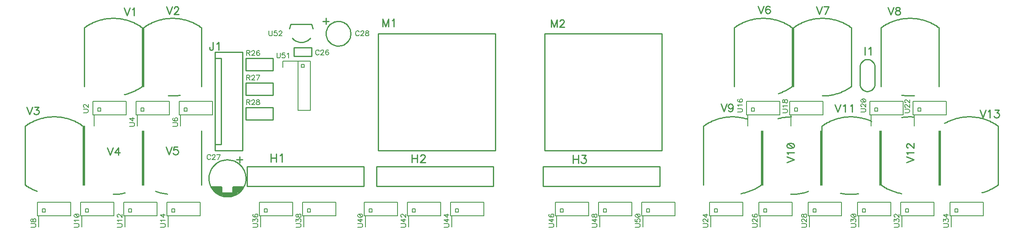
<source format=gto>
G04*
G04  File:            NCORDA11.GTO, Tue Mar 30 20:23:34 2021*
G04  Source:          P-CAD 2002 PCB, Version 17.01.22, (C:\Users\David Forbes\Documents\Designs\Nixie\CorvairDash\NCORDA11.PCB)*
G04  Format:          Gerber Format (RS-274-D), ASCII*
G04*
G04  Format Options:  Absolute Positioning*
G04                   Leading-Zero Suppression*
G04                   Scale Factor 1:1*
G04                   NO Circular Interpolation*
G04                   Inch Units*
G04                   Numeric Format: 4.4 (XXXX.XXXX)*
G04                   G54 Used for Aperture Change*
G04                   Apertures Embedded*
G04*
G04  File Options:    Offset = (0.0mil,0.0mil)*
G04                   Drill Symbol Size = 80.0mil*
G04                   No Pad/Via Holes*
G04*
G04  File Contents:   No Pads*
G04                   No Vias*
G04                   Designators*
G04                   No Types*
G04                   Values*
G04                   No Drill Symbols*
G04                   Top Silk*
G04*
%INNCORDA11.GTO*%
%ICAS*%
%MOIN*%
G04*
G04  Aperture MACROs for general use --- invoked via D-code assignment *
G04*
G04  General MACRO for flashed round with rotation and/or offset hole *
%AMROTOFFROUND*
1,1,$1,0.0000,0.0000*
1,0,$2,$3,$4*%
G04*
G04  General MACRO for flashed oval (obround) with rotation and/or offset hole *
%AMROTOFFOVAL*
21,1,$1,$2,0.0000,0.0000,$3*
1,1,$4,$5,$6*
1,1,$4,0-$5,0-$6*
1,0,$7,$8,$9*%
G04*
G04  General MACRO for flashed oval (obround) with rotation and no hole *
%AMROTOVALNOHOLE*
21,1,$1,$2,0.0000,0.0000,$3*
1,1,$4,$5,$6*
1,1,$4,0-$5,0-$6*%
G04*
G04  General MACRO for flashed rectangle with rotation and/or offset hole *
%AMROTOFFRECT*
21,1,$1,$2,0.0000,0.0000,$3*
1,0,$4,$5,$6*%
G04*
G04  General MACRO for flashed rectangle with rotation and no hole *
%AMROTRECTNOHOLE*
21,1,$1,$2,0.0000,0.0000,$3*%
G04*
G04  General MACRO for flashed rounded-rectangle *
%AMROUNDRECT*
21,1,$1,$2-$4,0.0000,0.0000,$3*
21,1,$1-$4,$2,0.0000,0.0000,$3*
1,1,$4,$5,$6*
1,1,$4,$7,$8*
1,1,$4,0-$5,0-$6*
1,1,$4,0-$7,0-$8*
1,0,$9,$10,$11*%
G04*
G04  General MACRO for flashed rounded-rectangle with rotation and no hole *
%AMROUNDRECTNOHOLE*
21,1,$1,$2-$4,0.0000,0.0000,$3*
21,1,$1-$4,$2,0.0000,0.0000,$3*
1,1,$4,$5,$6*
1,1,$4,$7,$8*
1,1,$4,0-$5,0-$6*
1,1,$4,0-$7,0-$8*%
G04*
G04  General MACRO for flashed regular polygon *
%AMREGPOLY*
5,1,$1,0.0000,0.0000,$2,$3+$4*
1,0,$5,$6,$7*%
G04*
G04  General MACRO for flashed regular polygon with no hole *
%AMREGPOLYNOHOLE*
5,1,$1,0.0000,0.0000,$2,$3+$4*%
G04*
G04  General MACRO for target *
%AMTARGET*
6,0,0,$1,$2,$3,4,$4,$5,$6*%
G04*
G04  General MACRO for mounting hole *
%AMMTHOLE*
1,1,$1,0,0*
1,0,$2,0,0*
$1=$1-$2*
$1=$1/2*
21,1,$2+$1,$3,0,0,$4*
21,1,$3,$2+$1,0,0,$4*%
G04*
G04*
G04  D10 : "Ellipse X10.0mil Y10.0mil H0.0mil 0.0deg (0.0mil,0.0mil) Draw"*
G04  Disc: OuterDia=0.0100*
%ADD10C, 0.0100*%
G04  D11 : "Ellipse X15.0mil Y15.0mil H0.0mil 0.0deg (0.0mil,0.0mil) Draw"*
G04  Disc: OuterDia=0.0150*
%ADD11C, 0.0150*%
G04  D12 : "Ellipse X20.0mil Y20.0mil H0.0mil 0.0deg (0.0mil,0.0mil) Draw"*
G04  Disc: OuterDia=0.0200*
%ADD12C, 0.0200*%
G04  D13 : "Ellipse X50.0mil Y50.0mil H0.0mil 0.0deg (0.0mil,0.0mil) Draw"*
G04  Disc: OuterDia=0.0500*
%ADD13C, 0.0500*%
G04  D14 : "Ellipse X6.0mil Y6.0mil H0.0mil 0.0deg (0.0mil,0.0mil) Draw"*
G04  Disc: OuterDia=0.0060*
%ADD14C, 0.0060*%
G04  D15 : "Ellipse X8.0mil Y8.0mil H0.0mil 0.0deg (0.0mil,0.0mil) Draw"*
G04  Disc: OuterDia=0.0080*
%ADD15C, 0.0080*%
G04  D16 : "Ellipse X250.0mil Y250.0mil H0.0mil 0.0deg (0.0mil,0.0mil) Flash"*
G04  Disc: OuterDia=0.2500*
%ADD16C, 0.2500*%
G04  D17 : "Ellipse X255.0mil Y255.0mil H0.0mil 0.0deg (0.0mil,0.0mil) Flash"*
G04  Disc: OuterDia=0.2550*
%ADD17C, 0.2550*%
G04  D18 : "Ellipse X50.0mil Y50.0mil H0.0mil 0.0deg (0.0mil,0.0mil) Flash"*
G04  Disc: OuterDia=0.0500*
%ADD18C, 0.0500*%
G04  D19 : "Ellipse X55.0mil Y55.0mil H0.0mil 0.0deg (0.0mil,0.0mil) Flash"*
G04  Disc: OuterDia=0.0550*
%ADD19C, 0.0550*%
G04  D20 : "Ellipse X60.0mil Y60.0mil H0.0mil 0.0deg (0.0mil,0.0mil) Flash"*
G04  Disc: OuterDia=0.0600*
%ADD20C, 0.0600*%
G04  D21 : "Ellipse X65.0mil Y65.0mil H0.0mil 0.0deg (0.0mil,0.0mil) Flash"*
G04  Disc: OuterDia=0.0650*
%ADD21C, 0.0650*%
G04  D22 : "Ellipse X70.0mil Y70.0mil H0.0mil 0.0deg (0.0mil,0.0mil) Flash"*
G04  Disc: OuterDia=0.0700*
%ADD22C, 0.0700*%
G04  D23 : "Ellipse X75.0mil Y75.0mil H0.0mil 0.0deg (0.0mil,0.0mil) Flash"*
G04  Disc: OuterDia=0.0750*
%ADD23C, 0.0750*%
G04  D24 : "Rectangle X0.1mil Y0.1mil H0.0mil 0.0deg (0.0mil,0.0mil) Flash"*
G04  Square: Side=0.0001, Rotation=0.0, OffsetX=0.0000, OffsetY=0.0000, HoleDia=0.0000*
%ADD24R, 0.0001 X0.0001*%
G04  D25 : "Rectangle X40.0mil Y40.0mil H0.0mil 0.0deg (0.0mil,0.0mil) Flash"*
G04  Square: Side=0.0400, Rotation=0.0, OffsetX=0.0000, OffsetY=0.0000, HoleDia=0.0000*
%ADD25R, 0.0400 X0.0400*%
G04  D26 : "Rectangle X45.0mil Y45.0mil H0.0mil 0.0deg (0.0mil,0.0mil) Flash"*
G04  Square: Side=0.0450, Rotation=0.0, OffsetX=0.0000, OffsetY=0.0000, HoleDia=0.0000*
%ADD26R, 0.0450 X0.0450*%
G04  D27 : "Rectangle X5.1mil Y5.1mil H0.0mil 0.0deg (0.0mil,0.0mil) Flash"*
G04  Square: Side=0.0051, Rotation=0.0, OffsetX=0.0000, OffsetY=0.0000, HoleDia=0.0000*
%ADD27R, 0.0051 X0.0051*%
G04  D28 : "Rectangle X50.0mil Y50.0mil H0.0mil 0.0deg (0.0mil,0.0mil) Flash"*
G04  Square: Side=0.0500, Rotation=0.0, OffsetX=0.0000, OffsetY=0.0000, HoleDia=0.0000*
%ADD28R, 0.0500 X0.0500*%
G04  D29 : "Rectangle X55.0mil Y55.0mil H0.0mil 0.0deg (0.0mil,0.0mil) Flash"*
G04  Square: Side=0.0550, Rotation=0.0, OffsetX=0.0000, OffsetY=0.0000, HoleDia=0.0000*
%ADD29R, 0.0550 X0.0550*%
G04  D30 : "Rectangle X60.0mil Y60.0mil H0.0mil 0.0deg (0.0mil,0.0mil) Flash"*
G04  Square: Side=0.0600, Rotation=0.0, OffsetX=0.0000, OffsetY=0.0000, HoleDia=0.0000*
%ADD30R, 0.0600 X0.0600*%
G04  D31 : "Rectangle X64.0mil Y64.0mil H0.0mil 0.0deg (0.0mil,0.0mil) Flash"*
G04  Square: Side=0.0640, Rotation=0.0, OffsetX=0.0000, OffsetY=0.0000, HoleDia=0.0000*
%ADD31R, 0.0640 X0.0640*%
G04  D32 : "Rectangle X65.0mil Y65.0mil H0.0mil 0.0deg (0.0mil,0.0mil) Flash"*
G04  Square: Side=0.0650, Rotation=0.0, OffsetX=0.0000, OffsetY=0.0000, HoleDia=0.0000*
%ADD32R, 0.0650 X0.0650*%
G04  D33 : "Rectangle X14.0mil Y66.0mil H0.0mil 0.0deg (0.0mil,0.0mil) Flash"*
G04  Rectangular: DimX=0.0140, DimY=0.0660, Rotation=0.0, OffsetX=0.0000, OffsetY=0.0000, HoleDia=0.0000 *
%ADD33R, 0.0140 X0.0660*%
G04  D34 : "Rectangle X69.0mil Y69.0mil H0.0mil 0.0deg (0.0mil,0.0mil) Flash"*
G04  Square: Side=0.0690, Rotation=0.0, OffsetX=0.0000, OffsetY=0.0000, HoleDia=0.0000*
%ADD34R, 0.0690 X0.0690*%
G04  D35 : "Rectangle X19.0mil Y71.0mil H0.0mil 0.0deg (0.0mil,0.0mil) Flash"*
G04  Rectangular: DimX=0.0190, DimY=0.0710, Rotation=0.0, OffsetX=0.0000, OffsetY=0.0000, HoleDia=0.0000 *
%ADD35R, 0.0190 X0.0710*%
G04  D36 : "Rectangle X80.0mil Y26.0mil H0.0mil 0.0deg (0.0mil,0.0mil) Flash"*
G04  Rectangular: DimX=0.0800, DimY=0.0260, Rotation=0.0, OffsetX=0.0000, OffsetY=0.0000, HoleDia=0.0000 *
%ADD36R, 0.0800 X0.0260*%
G04  D37 : "Rectangle X85.0mil Y31.0mil H0.0mil 0.0deg (0.0mil,0.0mil) Flash"*
G04  Rectangular: DimX=0.0850, DimY=0.0310, Rotation=0.0, OffsetX=0.0000, OffsetY=0.0000, HoleDia=0.0000 *
%ADD37R, 0.0850 X0.0310*%
G04  D38 : "Ellipse X30.0mil Y30.0mil H0.0mil 0.0deg (0.0mil,0.0mil) Flash"*
G04  Disc: OuterDia=0.0300*
%ADD38C, 0.0300*%
G04  D39 : "Ellipse X35.0mil Y35.0mil H0.0mil 0.0deg (0.0mil,0.0mil) Flash"*
G04  Disc: OuterDia=0.0350*
%ADD39C, 0.0350*%
G04*
%FSLAX44Y44*%
%SFA1B1*%
%OFA0.0000B0.0000*%
G04*
G70*
G90*
G01*
D2*
%LNTop Silk*%
G54D10*
X81800Y55300*
Y53900D1*
X83000Y55300D2*
Y53900D1*
X82991Y53801*
X82967Y53705*
X82927Y53614*
X82873Y53531*
X82806Y53458*
X82728Y53397*
X82641Y53350*
X82547Y53318*
X82449Y53302*
X82350*
X82252Y53318*
X82158Y53350*
X82071Y53397*
X81993Y53458*
X81926Y53531*
X81872Y53614*
X81832Y53705*
X81808Y53801*
X81800Y53900*
Y55300D2*
X81808Y55398D1*
X81832Y55494*
X81872Y55585*
X81926Y55668*
X81993Y55741*
X82071Y55802*
X82158Y55849*
X82252Y55881*
X82350Y55897*
X82449*
X82547Y55881*
X82641Y55849*
X82728Y55802*
X82806Y55741*
X82873Y55668*
X82927Y55585*
X82967Y55494*
X82991Y55398*
X83000Y55300*
X82217Y56897D2*
Y56277D1*
X82512Y56779D2*
X82571Y56808D1*
X82660Y56897*
Y56277*
X32000Y55000D2*
X34200D1*
Y56000D2*
X32000D1*
Y55000*
X34200D2*
Y56000D1*
D2*
G54D14*
X32077Y56429*
X32251D1*
X32310Y56449*
X32329Y56468*
X32348Y56507*
Y56546*
X32329Y56584*
X32310Y56604*
X32251Y56623*
X32077*
Y56216*
X32213Y56429D2*
X32348Y56216D1*
X32484Y56526D2*
Y56546D1*
X32503Y56584*
X32523Y56604*
X32562Y56623*
X32639*
X32678Y56604*
X32697Y56584*
X32717Y56546*
Y56507*
X32697Y56468*
X32658Y56410*
X32465Y56216*
X32736*
X33104Y56565D2*
X33085Y56604D1*
X33027Y56623*
X32988*
X32930Y56604*
X32891Y56546*
X32872Y56449*
Y56352*
X32891Y56274*
X32930Y56235*
X32988Y56216*
X33007*
X33065Y56235*
X33104Y56274*
X33124Y56332*
Y56352*
X33104Y56410*
X33065Y56449*
X33007Y56468*
X32988*
X32930Y56449*
X32891Y56410*
X32872Y56352*
D2*
G54D15*
X15200Y43200*
Y42300D1*
X15750Y43750D2*
X15500D1*
X15100Y43200D2*
X17800D1*
Y44300D2*
X15100D1*
X17800Y43200D2*
Y44300D1*
X15500Y43500D2*
X15750D1*
Y43750*
X15500D2*
Y43500D1*
X15100Y44300D2*
Y43200D1*
D2*
G54D14*
X14572Y42278*
X14865D1*
X14923Y42297*
X14962Y42336*
X14982Y42395*
Y42434*
X14962Y42492*
X14923Y42531*
X14865Y42551*
X14572*
Y42785D2*
X14591Y42727D1*
X14630Y42707*
X14669*
X14708Y42727*
X14728Y42766*
X14748Y42844*
X14767Y42902*
X14806Y42942*
X14845Y42961*
X14904*
X14943Y42942*
X14962Y42922*
X14982Y42863*
Y42785*
X14962Y42727*
X14943Y42707*
X14904Y42688*
X14845*
X14806Y42707*
X14767Y42746*
X14748Y42805*
X14728Y42883*
X14708Y42922*
X14669Y42942*
X14630*
X14591Y42922*
X14572Y42863*
Y42785*
D2*
G54D15*
X18700Y43200*
Y42300D1*
X19250Y43750D2*
X19000D1*
X18600Y43200D2*
X21300D1*
Y44300D2*
X18600D1*
X21300Y43200D2*
Y44300D1*
X19000Y43500D2*
X19250D1*
Y43750*
X19000D2*
Y43500D1*
X18600Y44300D2*
Y43200D1*
D2*
G54D14*
X18076Y42277*
X18367D1*
X18425Y42296*
X18464Y42335*
X18483Y42393*
Y42432*
X18464Y42490*
X18425Y42529*
X18367Y42548*
X18076*
X18154Y42742D2*
X18134Y42781D1*
X18076Y42839*
X18483*
X18076Y43188D2*
X18095Y43129D1*
X18154Y43091*
X18250Y43071*
X18309*
X18405Y43091*
X18464Y43129*
X18483Y43188*
Y43226*
X18464Y43284*
X18405Y43323*
X18309Y43343*
X18250*
X18154Y43323*
X18095Y43284*
X18076Y43226*
Y43188*
X18154Y43323D2*
X18405Y43091D1*
D2*
G54D15*
X22200Y43200*
Y42300D1*
X22750Y43750D2*
X22500D1*
X22100Y43200D2*
X24800D1*
Y44300D2*
X22100D1*
X24800Y43200D2*
Y44300D1*
X22500Y43500D2*
X22750D1*
Y43750*
X22500D2*
Y43500D1*
X22100Y44300D2*
Y43200D1*
D2*
G54D14*
X21576Y42277*
X21867D1*
X21925Y42296*
X21964Y42335*
X21983Y42393*
Y42432*
X21964Y42490*
X21925Y42529*
X21867Y42548*
X21576*
X21654Y42742D2*
X21634Y42781D1*
X21576Y42839*
X21983*
X21673Y43091D2*
X21654D1*
X21615Y43110*
X21595Y43129*
X21576Y43168*
Y43246*
X21595Y43284*
X21615Y43304*
X21654Y43323*
X21692*
X21731Y43304*
X21789Y43265*
X21983Y43071*
Y43343*
D2*
G54D15*
X19700Y51400*
Y50500D1*
X20250Y51950D2*
X20000D1*
X19600Y51400D2*
X22300D1*
Y52500D2*
X19600D1*
X22300Y51400D2*
Y52500D1*
X20000Y51700D2*
X20250D1*
Y51950*
X20000D2*
Y51700D1*
X19600Y52500D2*
Y51400D1*
D2*
G54D14*
X18822Y51578*
X19115D1*
X19173Y51597*
X19212Y51636*
X19232Y51695*
Y51734*
X19212Y51792*
X19173Y51831*
X19115Y51851*
X18822*
X18919Y52007D2*
X18900D1*
X18861Y52027*
X18841Y52046*
X18822Y52085*
Y52163*
X18841Y52202*
X18861Y52222*
X18900Y52242*
X18939*
X18978Y52222*
X19037Y52183*
X19232Y51988*
Y52261*
D2*
G54D10*
X18900Y58500*
Y53700D1*
X23600D2*
Y58500D1*
X23601Y58486D2*
X23520Y58543D1*
X23438Y58597*
X23355Y58650*
X23271Y58701*
X23185Y58750*
X23098Y58797*
X23010Y58841*
X22921Y58883*
X22831Y58923*
X22740Y58961*
X22648Y58997*
X22556Y59030*
X22462Y59061*
X22368Y59090*
X22273Y59116*
X22177Y59140*
X22081Y59162*
X21985Y59181*
X21887Y59198*
X21790Y59213*
X21692Y59225*
X21594Y59235*
X21496Y59242*
X21397Y59247*
X21299Y59249*
X21200*
X21102Y59247*
X21003Y59242*
X20905Y59235*
X20807Y59225*
X20709Y59213*
X20612Y59198*
X20515Y59181*
X20418Y59162*
X20322Y59140*
X20226Y59116*
X20131Y59090*
X20037Y59061*
X19943Y59030*
X19851Y58997*
X19759Y58961*
X19668Y58923*
X19578Y58883*
X19489Y58841*
X19401Y58797*
X19314Y58750*
X19228Y58701*
X19144Y58650*
X19061Y58597*
X18979Y58543*
X18898Y58486*
X22149Y53052D2*
X22241Y53074D1*
X22332Y53099*
X22423Y53125*
X22513Y53154*
X22602Y53185*
X22691Y53218*
X22778Y53253*
X22865Y53290*
X22951Y53329*
X23036Y53371*
X23120Y53414*
X23203Y53459*
X23285Y53506*
X23366Y53555*
X23445Y53606*
X23524Y53659*
X23601Y53713*
X22129Y60089D2*
X22362Y59476D1*
X22596Y60089*
X22800Y59972D2*
X22859Y60001D1*
X22946Y60089*
Y59476*
D2*
G54D15*
X33200Y43200*
Y42300D1*
X33750Y43750D2*
X33500D1*
X33100Y43200D2*
X35800D1*
Y44300D2*
X33100D1*
X35800Y43200D2*
Y44300D1*
X33500Y43500D2*
X33750D1*
Y43750*
X33500D2*
Y43500D1*
X33100Y44300D2*
Y43200D1*
D2*
G54D14*
X32576Y42277*
X32867D1*
X32925Y42296*
X32964Y42335*
X32983Y42393*
Y42432*
X32964Y42490*
X32925Y42529*
X32867Y42548*
X32576*
Y42723D2*
Y42936D1*
X32731Y42819*
Y42878*
X32750Y42916*
X32770Y42936*
X32828Y42955*
X32867*
X32925Y42936*
X32964Y42897*
X32983Y42839*
Y42781*
X32964Y42723*
X32944Y42703*
X32905Y42684*
X32634Y43323D2*
X32595Y43304D1*
X32576Y43246*
Y43207*
X32595Y43149*
X32654Y43110*
X32750Y43091*
X32847*
X32925Y43110*
X32964Y43149*
X32983Y43207*
Y43226*
X32964Y43284*
X32925Y43323*
X32867Y43343*
X32847*
X32789Y43323*
X32750Y43284*
X32731Y43226*
Y43207*
X32750Y43149*
X32789Y43110*
X32847Y43091*
D2*
G54D12*
X29250Y45500*
X30000D1*
Y45000*
Y45250D2*
X29500D1*
X29900Y45150D2*
X29600D1*
X29900Y45350D2*
X29400D1*
X31750Y45500D2*
X31000D1*
Y45000*
X31500Y45250D2*
X31000D1*
X31600Y45350D2*
X31100D1*
X31400Y45150D2*
X31100D1*
X31250Y45000D2*
X29750D1*
X31000Y44950D2*
X30000D1*
X30900Y44850D2*
X30200D1*
D2*
G54D10*
X30500Y44750*
X30599Y44753D1*
X30697Y44763*
X30795Y44779*
X30892Y44802*
X30987Y44831*
X31079Y44866*
X31169Y44907*
X31257Y44955*
X31341Y45007*
X31421Y45066*
X31497Y45129*
X31569Y45198*
X31636Y45271*
X31698Y45348*
X31755Y45429*
X31807Y45514*
X31852Y45602*
X31892Y45693*
X31926Y45786*
X31954Y45881*
X31975Y45978*
X31989Y46076*
X31998Y46175*
X31999Y46274*
X31994Y46373*
X31983Y46472*
X31965Y46569*
X31941Y46666*
X31910Y46760*
X31873Y46852*
X31830Y46942*
X31782Y47028*
X31727Y47111*
X31668Y47190*
X31603Y47265*
X31534Y47336*
X31459Y47402*
X31381Y47463*
X31299Y47519*
X31213Y47569*
X31125Y47613*
X31033Y47651*
X30939Y47684*
X30844Y47709*
X30746Y47729*
X30648Y47742*
X30549Y47749*
X30450*
X30351Y47742*
X30253Y47729*
X30155Y47709*
X30060Y47684*
X29966Y47651*
X29874Y47613*
X29786Y47569*
X29700Y47519*
X29618Y47463*
X29540Y47402*
X29465Y47336*
X29396Y47265*
X29331Y47190*
X29272Y47111*
X29217Y47028*
X29169Y46942*
X29126Y46852*
X29089Y46760*
X29058Y46666*
X29034Y46569*
X29016Y46472*
X29005Y46373*
X29000Y46274*
X29001Y46175*
X29010Y46076*
X29024Y45978*
X29045Y45881*
X29073Y45786*
X29107Y45693*
X29147Y45602*
X29192Y45514*
X29244Y45429*
X29301Y45348*
X29363Y45271*
X29430Y45198*
X29502Y45129*
X29578Y45066*
X29658Y45007*
X29742Y44955*
X29830Y44907*
X29920Y44866*
X30012Y44831*
X30107Y44802*
X30204Y44779*
X30302Y44763*
X30400Y44753*
X30500Y44750*
X31250Y47750D2*
X31750D1*
X31500Y48000D2*
Y47500D1*
D2*
G54D14*
X29148Y48076*
X29129Y48115D1*
X29090Y48154*
X29051Y48173*
X28974*
X28935Y48154*
X28896Y48115*
X28877Y48076*
X28858Y48018*
Y47921*
X28877Y47863*
X28896Y47824*
X28935Y47785*
X28974Y47766*
X29051*
X29090Y47785*
X29129Y47824*
X29148Y47863*
X29284Y48076D2*
Y48096D1*
X29303Y48134*
X29323Y48154*
X29362Y48173*
X29439*
X29478Y48154*
X29497Y48134*
X29517Y48096*
Y48057*
X29497Y48018*
X29458Y47960*
X29265Y47766*
X29536*
X29730D2*
X29924Y48173D1*
X29652*
D2*
G54D15*
X26700Y51400*
Y50500D1*
X27250Y51950D2*
X27000D1*
X26600Y51400D2*
X29300D1*
Y52500D2*
X26600D1*
X29300Y51400D2*
Y52500D1*
X27000Y51700D2*
X27250D1*
Y51950*
X27000D2*
Y51700D1*
X26600Y52500D2*
Y51400D1*
D2*
G54D14*
X26072Y50478*
X26365D1*
X26423Y50497*
X26462Y50536*
X26482Y50595*
Y50634*
X26462Y50692*
X26423Y50731*
X26365Y50751*
X26072*
X26130Y51142D2*
X26091Y51122D1*
X26072Y51063*
Y51024*
X26091Y50966*
X26150Y50927*
X26248Y50907*
X26345*
X26423Y50927*
X26462Y50966*
X26482Y51024*
Y51044*
X26462Y51102*
X26423Y51142*
X26365Y51161*
X26345*
X26287Y51142*
X26248Y51102*
X26228Y51044*
Y51024*
X26248Y50966*
X26287Y50927*
X26345Y50907*
D2*
G54D10*
X32000Y53000*
X34200D1*
Y54000D2*
X32000D1*
Y53000*
X34200D2*
Y54000D1*
D2*
G54D14*
X32077Y54429*
X32251D1*
X32310Y54449*
X32329Y54468*
X32348Y54507*
Y54546*
X32329Y54584*
X32310Y54604*
X32251Y54623*
X32077*
Y54216*
X32213Y54429D2*
X32348Y54216D1*
X32484Y54526D2*
Y54546D1*
X32503Y54584*
X32523Y54604*
X32562Y54623*
X32639*
X32678Y54604*
X32697Y54584*
X32717Y54546*
Y54507*
X32697Y54468*
X32658Y54410*
X32465Y54216*
X32736*
X32930D2*
X33124Y54623D1*
X32852*
D2*
G54D10*
X32000Y51000*
X34200D1*
Y52000D2*
X32000D1*
Y51000*
X34200D2*
Y52000D1*
D2*
G54D14*
X32077Y52429*
X32251D1*
X32310Y52449*
X32329Y52468*
X32348Y52507*
Y52546*
X32329Y52584*
X32310Y52604*
X32251Y52623*
X32077*
Y52216*
X32213Y52429D2*
X32348Y52216D1*
X32484Y52526D2*
Y52546D1*
X32503Y52584*
X32523Y52604*
X32562Y52623*
X32639*
X32678Y52604*
X32697Y52584*
X32717Y52546*
Y52507*
X32697Y52468*
X32658Y52410*
X32465Y52216*
X32736*
X32949Y52623D2*
X32891Y52604D1*
X32872Y52565*
Y52526*
X32891Y52487*
X32930Y52468*
X33007Y52449*
X33065Y52429*
X33104Y52391*
X33124Y52352*
Y52294*
X33104Y52255*
X33085Y52235*
X33027Y52216*
X32949*
X32891Y52235*
X32872Y52255*
X32852Y52294*
Y52352*
X32872Y52391*
X32910Y52429*
X32969Y52449*
X33046Y52468*
X33085Y52487*
X33104Y52526*
Y52565*
X33085Y52604*
X33027Y52623*
X32949*
D2*
G54D15*
X41700Y43200*
Y42300D1*
X42250Y43750D2*
X42000D1*
X41600Y43200D2*
X44300D1*
Y44300D2*
X41600D1*
X44300Y43200D2*
Y44300D1*
X42000Y43500D2*
X42250D1*
Y43750*
X42000D2*
Y43500D1*
X41600Y44300D2*
Y43200D1*
D2*
G54D14*
X41076Y42277*
X41367D1*
X41425Y42296*
X41464Y42335*
X41483Y42393*
Y42432*
X41464Y42490*
X41425Y42529*
X41367Y42548*
X41076*
X41483Y42878D2*
X41076D1*
X41347Y42684*
Y42974*
X41076Y43188D2*
X41095Y43129D1*
X41154Y43091*
X41250Y43071*
X41309*
X41405Y43091*
X41464Y43129*
X41483Y43188*
Y43226*
X41464Y43284*
X41405Y43323*
X41309Y43343*
X41250*
X41154Y43323*
X41095Y43284*
X41076Y43226*
Y43188*
X41154Y43323D2*
X41405Y43091D1*
D2*
G54D15*
X45200Y43200*
Y42300D1*
X45750Y43750D2*
X45500D1*
X45100Y43200D2*
X47800D1*
Y44300D2*
X45100D1*
X47800Y43200D2*
Y44300D1*
X45500Y43500D2*
X45750D1*
Y43750*
X45500D2*
Y43500D1*
X45100Y44300D2*
Y43200D1*
D2*
G54D14*
X44576Y42277*
X44867D1*
X44925Y42296*
X44964Y42335*
X44983Y42393*
Y42432*
X44964Y42490*
X44925Y42529*
X44867Y42548*
X44576*
X44983Y42878D2*
X44576D1*
X44847Y42684*
Y42974*
X44673Y43091D2*
X44654D1*
X44615Y43110*
X44595Y43129*
X44576Y43168*
Y43246*
X44595Y43284*
X44615Y43304*
X44654Y43323*
X44692*
X44731Y43304*
X44789Y43265*
X44983Y43071*
Y43343*
D2*
G54D10*
X40500Y58000*
X40495Y58099D1*
X40480Y58198*
X40455Y58294*
X40421Y58388*
X40378Y58478*
X40326Y58563*
X40266Y58642*
X40198Y58715*
X40123Y58781*
X40042Y58840*
X39956Y58889*
X39865Y58930*
X39770Y58962*
X39673Y58984*
X39574Y58997*
X39475Y58999*
X39375Y58992*
X39277Y58974*
X39181Y58947*
X39088Y58911*
X39000Y58866*
X38916Y58811*
X38838Y58749*
X38766Y58680*
X38702Y58603*
X38646Y58521*
X38599Y58433*
X38560Y58342*
X38530Y58246*
X38511Y58149*
X38501Y58049*
Y57950*
X38511Y57850*
X38530Y57753*
X38560Y57657*
X38599Y57566*
X38646Y57478*
X38702Y57396*
X38766Y57319*
X38838Y57250*
X38916Y57188*
X39000Y57133*
X39088Y57088*
X39181Y57052*
X39277Y57025*
X39375Y57007*
X39475Y57000*
X39574Y57002*
X39673Y57015*
X39770Y57037*
X39865Y57069*
X39956Y57110*
X40042Y57159*
X40123Y57218*
X40198Y57284*
X40266Y57357*
X40326Y57436*
X40378Y57521*
X40421Y57611*
X40455Y57705*
X40480Y57801*
X40495Y57900*
X40500Y58000*
X38250Y59000D2*
X38750D1*
X38500Y58750D2*
Y59250D1*
D2*
G54D14*
X41198Y58126*
X41179Y58165D1*
X41140Y58204*
X41101Y58223*
X41024*
X40985Y58204*
X40946Y58165*
X40927Y58126*
X40908Y58068*
Y57971*
X40927Y57913*
X40946Y57874*
X40985Y57835*
X41024Y57816*
X41101*
X41140Y57835*
X41179Y57874*
X41198Y57913*
X41334Y58126D2*
Y58146D1*
X41353Y58184*
X41373Y58204*
X41412Y58223*
X41489*
X41528Y58204*
X41547Y58184*
X41567Y58146*
Y58107*
X41547Y58068*
X41508Y58010*
X41315Y57816*
X41586*
X41799Y58223D2*
X41741Y58204D1*
X41722Y58165*
Y58126*
X41741Y58087*
X41780Y58068*
X41857Y58049*
X41915Y58029*
X41954Y57991*
X41974Y57952*
Y57894*
X41954Y57855*
X41935Y57835*
X41877Y57816*
X41799*
X41741Y57835*
X41722Y57855*
X41702Y57894*
Y57952*
X41722Y57991*
X41760Y58029*
X41819Y58049*
X41896Y58068*
X41935Y58087*
X41954Y58126*
Y58165*
X41935Y58204*
X41877Y58223*
X41799*
D2*
G54D15*
X57200Y43200*
Y42300D1*
X57750Y43750D2*
X57500D1*
X57100Y43200D2*
X59800D1*
Y44300D2*
X57100D1*
X59800Y43200D2*
Y44300D1*
X57500Y43500D2*
X57750D1*
Y43750*
X57500D2*
Y43500D1*
X57100Y44300D2*
Y43200D1*
D2*
G54D14*
X56576Y42277*
X56867D1*
X56925Y42296*
X56964Y42335*
X56983Y42393*
Y42432*
X56964Y42490*
X56925Y42529*
X56867Y42548*
X56576*
X56983Y42878D2*
X56576D1*
X56847Y42684*
Y42974*
X56634Y43323D2*
X56595Y43304D1*
X56576Y43246*
Y43207*
X56595Y43149*
X56654Y43110*
X56750Y43091*
X56847*
X56925Y43110*
X56964Y43149*
X56983Y43207*
Y43226*
X56964Y43284*
X56925Y43323*
X56867Y43343*
X56847*
X56789Y43323*
X56750Y43284*
X56731Y43226*
Y43207*
X56750Y43149*
X56789Y43110*
X56847Y43091*
D2*
G54D15*
X69700Y43200*
Y42300D1*
X70250Y43750D2*
X70000D1*
X69600Y43200D2*
X72300D1*
Y44300D2*
X69600D1*
X72300Y43200D2*
Y44300D1*
X70000Y43500D2*
X70250D1*
Y43750*
X70000D2*
Y43500D1*
X69600Y44300D2*
Y43200D1*
D2*
G54D14*
X69076Y42277*
X69367D1*
X69425Y42296*
X69464Y42335*
X69483Y42393*
Y42432*
X69464Y42490*
X69425Y42529*
X69367Y42548*
X69076*
X69173Y42703D2*
X69154D1*
X69115Y42723*
X69095Y42742*
X69076Y42781*
Y42858*
X69095Y42897*
X69115Y42916*
X69154Y42936*
X69192*
X69231Y42916*
X69289Y42878*
X69483Y42684*
Y42955*
Y43265D2*
X69076D1*
X69347Y43071*
Y43362*
D2*
G54D15*
X64200Y43200*
Y42300D1*
X64750Y43750D2*
X64500D1*
X64100Y43200D2*
X66800D1*
Y44300D2*
X64100D1*
X66800Y43200D2*
Y44300D1*
X64500Y43500D2*
X64750D1*
Y43750*
X64500D2*
Y43500D1*
X64100Y44300D2*
Y43200D1*
D2*
G54D14*
X63576Y42277*
X63867D1*
X63925Y42296*
X63964Y42335*
X63983Y42393*
Y42432*
X63964Y42490*
X63925Y42529*
X63867Y42548*
X63576*
Y42916D2*
Y42723D1*
X63750Y42703*
X63731Y42723*
X63712Y42781*
Y42839*
X63731Y42897*
X63770Y42936*
X63828Y42955*
X63867*
X63925Y42936*
X63964Y42897*
X63983Y42839*
Y42781*
X63964Y42723*
X63944Y42703*
X63905Y42684*
X63576Y43188D2*
X63595Y43129D1*
X63654Y43091*
X63750Y43071*
X63809*
X63905Y43091*
X63964Y43129*
X63983Y43188*
Y43226*
X63964Y43284*
X63905Y43323*
X63809Y43343*
X63750*
X63654Y43323*
X63595Y43284*
X63576Y43226*
Y43188*
X63654Y43323D2*
X63905Y43091D1*
D2*
G54D15*
X77700Y43200*
Y42300D1*
X78250Y43750D2*
X78000D1*
X77600Y43200D2*
X80300D1*
Y44300D2*
X77600D1*
X80300Y43200D2*
Y44300D1*
X78000Y43500D2*
X78250D1*
Y43750*
X78000D2*
Y43500D1*
X77600Y44300D2*
Y43200D1*
D2*
G54D14*
X77076Y42277*
X77367D1*
X77425Y42296*
X77464Y42335*
X77483Y42393*
Y42432*
X77464Y42490*
X77425Y42529*
X77367Y42548*
X77076*
X77173Y42703D2*
X77154D1*
X77115Y42723*
X77095Y42742*
X77076Y42781*
Y42858*
X77095Y42897*
X77115Y42916*
X77154Y42936*
X77192*
X77231Y42916*
X77289Y42878*
X77483Y42684*
Y42955*
X77076Y43168D2*
X77095Y43110D1*
X77134Y43091*
X77173*
X77212Y43110*
X77231Y43149*
X77250Y43226*
X77270Y43284*
X77309Y43323*
X77347Y43343*
X77405*
X77444Y43323*
X77464Y43304*
X77483Y43246*
Y43168*
X77464Y43110*
X77444Y43091*
X77405Y43071*
X77347*
X77309Y43091*
X77270Y43129*
X77250Y43188*
X77231Y43265*
X77212Y43304*
X77173Y43323*
X77134*
X77095Y43304*
X77076Y43246*
Y43168*
D2*
G54D15*
X81700Y43200*
Y42300D1*
X82250Y43750D2*
X82000D1*
X81600Y43200D2*
X84300D1*
Y44300D2*
X81600D1*
X84300Y43200D2*
Y44300D1*
X82000Y43500D2*
X82250D1*
Y43750*
X82000D2*
Y43500D1*
X81600Y44300D2*
Y43200D1*
D2*
G54D14*
X81076Y42277*
X81367D1*
X81425Y42296*
X81464Y42335*
X81483Y42393*
Y42432*
X81464Y42490*
X81425Y42529*
X81367Y42548*
X81076*
Y42723D2*
Y42936D1*
X81231Y42819*
Y42878*
X81250Y42916*
X81270Y42936*
X81328Y42955*
X81367*
X81425Y42936*
X81464Y42897*
X81483Y42839*
Y42781*
X81464Y42723*
X81444Y42703*
X81405Y42684*
X81076Y43188D2*
X81095Y43129D1*
X81154Y43091*
X81250Y43071*
X81309*
X81405Y43091*
X81464Y43129*
X81483Y43188*
Y43226*
X81464Y43284*
X81405Y43323*
X81309Y43343*
X81250*
X81154Y43323*
X81095Y43284*
X81076Y43226*
Y43188*
X81154Y43323D2*
X81405Y43091D1*
D2*
G54D15*
X76200Y51400*
Y50500D1*
X76750Y51950D2*
X76500D1*
X76100Y51400D2*
X78800D1*
Y52500D2*
X76100D1*
X78800Y51400D2*
Y52500D1*
X76500Y51700D2*
X76750D1*
Y51950*
X76500D2*
Y51700D1*
X76100Y52500D2*
Y51400D1*
D2*
G54D14*
X75526Y51577*
X75817D1*
X75875Y51596*
X75914Y51635*
X75933Y51693*
Y51732*
X75914Y51790*
X75875Y51829*
X75817Y51848*
X75526*
X75604Y52042D2*
X75584Y52081D1*
X75526Y52139*
X75933*
X75526Y52468D2*
X75545Y52410D1*
X75584Y52391*
X75623*
X75662Y52410*
X75681Y52449*
X75700Y52526*
X75720Y52584*
X75759Y52623*
X75797Y52643*
X75855*
X75894Y52623*
X75914Y52604*
X75933Y52546*
Y52468*
X75914Y52410*
X75894Y52391*
X75855Y52371*
X75797*
X75759Y52391*
X75720Y52429*
X75700Y52488*
X75681Y52565*
X75662Y52604*
X75623Y52623*
X75584*
X75545Y52604*
X75526Y52546*
Y52468*
D2*
G54D15*
X82700Y51400*
Y50500D1*
X83250Y51950D2*
X83000D1*
X82600Y51400D2*
X85300D1*
Y52500D2*
X82600D1*
X85300Y51400D2*
Y52500D1*
X83000Y51700D2*
X83250D1*
Y51950*
X83000D2*
Y51700D1*
X82600Y52500D2*
Y51400D1*
D2*
G54D14*
X81876Y51627*
X82167D1*
X82225Y51646*
X82264Y51685*
X82283Y51743*
Y51782*
X82264Y51840*
X82225Y51879*
X82167Y51898*
X81876*
X81973Y52053D2*
X81954D1*
X81915Y52073*
X81895Y52092*
X81876Y52131*
Y52208*
X81895Y52247*
X81915Y52266*
X81954Y52286*
X81992*
X82031Y52266*
X82089Y52228*
X82283Y52034*
Y52305*
X81876Y52538D2*
X81895Y52479D1*
X81954Y52441*
X82050Y52421*
X82109*
X82205Y52441*
X82264Y52479*
X82283Y52538*
Y52576*
X82264Y52634*
X82205Y52673*
X82109Y52693*
X82050*
X81954Y52673*
X81895Y52634*
X81876Y52576*
Y52538*
X81954Y52673D2*
X82205Y52441D1*
D2*
G54D10*
X76400Y58500*
Y53700D1*
X81100D2*
Y58500D1*
X81101Y58486D2*
X81020Y58543D1*
X80938Y58597*
X80855Y58650*
X80771Y58701*
X80685Y58750*
X80598Y58797*
X80510Y58841*
X80421Y58883*
X80331Y58923*
X80240Y58961*
X80148Y58997*
X80056Y59030*
X79962Y59061*
X79868Y59090*
X79773Y59116*
X79677Y59140*
X79581Y59162*
X79485Y59181*
X79387Y59198*
X79290Y59213*
X79192Y59225*
X79094Y59235*
X78996Y59242*
X78897Y59247*
X78799Y59249*
X78700*
X78602Y59247*
X78503Y59242*
X78405Y59235*
X78307Y59225*
X78209Y59213*
X78112Y59198*
X78015Y59181*
X77918Y59162*
X77822Y59140*
X77726Y59116*
X77631Y59090*
X77537Y59061*
X77443Y59030*
X77351Y58997*
X77259Y58961*
X77168Y58923*
X77078Y58883*
X76989Y58841*
X76901Y58797*
X76814Y58750*
X76728Y58701*
X76644Y58650*
X76561Y58597*
X76479Y58543*
X76398Y58486*
X78750Y52950D2*
X78846Y52951D1*
X78943Y52954*
X79039Y52960*
X79136Y52968*
X79232Y52979*
X79327Y52991*
X79423Y53007*
X79518Y53024*
X79613Y53044*
X79707Y53066*
X79800Y53090*
X79893Y53117*
X79986Y53145*
X80077Y53176*
X80168Y53209*
X80258Y53245*
X80347Y53282*
X80435Y53322*
X80522Y53364*
X80608Y53408*
X80693Y53454*
X80777Y53502*
X80860Y53552*
X80942Y53604*
X81022Y53658*
X81101Y53713*
X78279Y60189D2*
X78512Y59576D1*
X78746Y60189*
X78980Y59576D2*
X79272Y60189D1*
X78863*
D2*
G54D15*
X89200Y43200*
Y42300D1*
X89750Y43750D2*
X89500D1*
X89100Y43200D2*
X91800D1*
Y44300D2*
X89100D1*
X91800Y43200D2*
Y44300D1*
X89500Y43500D2*
X89750D1*
Y43750*
X89500D2*
Y43500D1*
X89100Y44300D2*
Y43200D1*
D2*
G54D14*
X88576Y42277*
X88867D1*
X88925Y42296*
X88964Y42335*
X88983Y42393*
Y42432*
X88964Y42490*
X88925Y42529*
X88867Y42548*
X88576*
Y42723D2*
Y42936D1*
X88731Y42819*
Y42878*
X88750Y42916*
X88770Y42936*
X88828Y42955*
X88867*
X88925Y42936*
X88964Y42897*
X88983Y42839*
Y42781*
X88964Y42723*
X88944Y42703*
X88905Y42684*
X88983Y43265D2*
X88576D1*
X88847Y43071*
Y43362*
D2*
G54D10*
X18900Y50500*
Y45700D1*
X23600D2*
Y50100D1*
X22217Y45068D2*
X22122Y45046D1*
X22026Y45026*
X21930Y45008*
X21834Y44992*
X21737Y44979*
X21640Y44969*
X21542Y44960*
X21445Y44954*
X21347Y44951*
X21250Y44950*
X20779Y48739D2*
X21012Y48126D1*
X21246Y48739*
X21655Y48126D2*
Y48739D1*
X21363Y48330*
X21801*
X14100Y50500D2*
Y45700D1*
X18800D2*
Y50500D1*
X18801Y50486D2*
X18720Y50543D1*
X18638Y50597*
X18555Y50650*
X18471Y50701*
X18385Y50750*
X18298Y50797*
X18210Y50841*
X18121Y50883*
X18031Y50923*
X17940Y50961*
X17848Y50997*
X17756Y51030*
X17662Y51061*
X17568Y51090*
X17473Y51116*
X17377Y51140*
X17281Y51162*
X17185Y51181*
X17087Y51198*
X16990Y51213*
X16892Y51225*
X16794Y51235*
X16696Y51242*
X16597Y51247*
X16499Y51249*
X16400*
X16302Y51247*
X16203Y51242*
X16105Y51235*
X16007Y51225*
X15909Y51213*
X15812Y51198*
X15715Y51181*
X15618Y51162*
X15522Y51140*
X15426Y51116*
X15331Y51090*
X15237Y51061*
X15143Y51030*
X15051Y50997*
X14959Y50961*
X14868Y50923*
X14778Y50883*
X14689Y50841*
X14601Y50797*
X14514Y50750*
X14428Y50701*
X14344Y50650*
X14261Y50597*
X14179Y50543*
X14098Y50486*
Y45713D2*
X14174Y45660D1*
X14251Y45608*
X14330Y45557*
X14409Y45509*
X14490Y45462*
X14572Y45418*
X14654Y45375*
X14738Y45334*
X14823Y45295*
X14908Y45258*
X14994Y45224*
X15081Y45191*
X14229Y52039D2*
X14462Y51426D1*
X14696Y52039*
X14871D2*
X15193D1*
X15017Y51805*
X15105*
X15163Y51776*
X15193Y51747*
X15222Y51659*
Y51601*
X15193Y51513*
X15134Y51455*
X15046Y51426*
X14959*
X14871Y51455*
X14842Y51484*
X14813Y51542*
X76180Y44950D2*
X76277Y44950D1*
X76375Y44951*
X76473Y44956*
X76570Y44962*
X76668Y44971*
X76765Y44983*
X76861Y44997*
X76958Y45013*
X77054Y45031*
X77149Y45052*
X77244Y45075*
X77339Y45101*
X77432Y45128*
X77525Y45158*
X77618Y45191*
X73900Y50100D2*
Y45700D1*
X78600D2*
Y50100D1*
X76250Y51250D2*
X76156Y51248D1*
X76063Y51245*
X75970Y51240*
X75878Y51232*
X75785Y51222*
X75693Y51211*
X75601Y51197*
X75509Y51180*
X75418Y51162*
X75327Y51142*
X75237Y51119*
X75147Y51095*
X75868Y47528D2*
X76475Y47760D1*
X75868Y47991*
X75983Y48194D2*
X75955Y48252D1*
X75868Y48339*
X76475*
X75868Y48860D2*
X75897Y48773D1*
X75983Y48715*
X76128Y48686*
X76215*
X76360Y48715*
X76446Y48773*
X76475Y48860*
Y48917*
X76446Y49004*
X76360Y49062*
X76215Y49091*
X76128*
X75983Y49062*
X75897Y49004*
X75868Y48917*
Y48860*
X75983Y49062D2*
X76360Y48715D1*
X78700Y50500D2*
Y45700D1*
X83400D2*
Y50100D1*
X81675Y44999D2*
X81579Y44985D1*
X81481Y44973*
X81384Y44964*
X81287Y44957*
X81189Y44952*
X81091Y44950*
X80994Y44950*
X80896Y44952*
X80798Y44957*
X80701Y44965*
X80604Y44974*
X80507Y44987*
X80410Y45001*
X80314Y45018*
X80218Y45037*
X78698Y50486D2*
X78779Y50543D1*
X78861Y50598*
X78945Y50651*
X79030Y50702*
X79116Y50751*
X79203Y50798*
X79292Y50843*
X79381Y50885*
X79472Y50925*
X79563Y50963*
X79656Y50999*
X79749Y51032*
X79843Y51063*
X79938Y51092*
X80033Y51118*
X80129Y51142*
X80226Y51164*
X80323Y51183*
X80421Y51200*
X80519Y51214*
X80617Y51226*
X80715Y51236*
X80814Y51243*
X80913Y51247*
X81012Y51249*
X81111Y51249*
X81210Y51246*
X81309Y51241*
X81408Y51233*
X81506Y51223*
X81605Y51211*
X81702Y51196*
X81800Y51178*
X81897Y51159*
X81994Y51137*
X82089Y51112*
X82185Y51085*
X82279Y51056*
X82373Y51024*
X82466Y50990*
X82558Y50954*
X82650Y50915*
X82740Y50875*
X79778Y52231D2*
X80010Y51624D1*
X80241Y52231*
X80444Y52116D2*
X80502Y52144D1*
X80589Y52231*
Y51624*
X81023Y52116D2*
X81081Y52144D1*
X81167Y52231*
Y51624*
X93000Y45700D2*
Y50500D1*
X88300Y50100D2*
Y45700D1*
X88650Y50714D2*
X88735Y50762D1*
X88822Y50807*
X88909Y50851*
X88998Y50893*
X89088Y50932*
X89179Y50969*
X89270Y51004*
X89363Y51037*
X89456Y51067*
X89550Y51095*
X89644Y51121*
X89740Y51145*
X89835Y51166*
X89932Y51185*
X90028Y51201*
X90125Y51215*
X90223Y51227*
X90320Y51236*
X90418Y51243*
X90516Y51247*
X90614Y51249*
X90712Y51249*
X90810Y51246*
X90908Y51241*
X91006Y51234*
X91103Y51224*
X91200Y51211*
X91297Y51197*
X91394Y51180*
X91490Y51160*
X91585Y51138*
X91680Y51114*
X91775Y51088*
X91869Y51059*
X91962Y51028*
X92054Y50995*
X92145Y50959*
X92236Y50922*
X92325Y50882*
X92414Y50839*
X92501Y50795*
X92587Y50749*
X92673Y50700*
X92757Y50650*
X92839Y50597*
X92921Y50542*
X93001Y50486*
Y45713D2*
X92921Y45657D1*
X92840Y45602*
X92757Y45550*
X92674Y45499*
X92589Y45451*
X92503Y45405*
X92416Y45360*
X92327Y45318*
X92238Y45278*
X92148Y45241*
X92057Y45205*
X91965Y45172*
X91872Y45141*
X91779Y45112*
X91685Y45086*
X91528Y51781D2*
X91760Y51174D1*
X91991Y51781*
X92194Y51666D2*
X92252Y51694D1*
X92339Y51781*
Y51174*
X92744Y51781D2*
X93062D1*
X92888Y51550*
X92975*
X93033Y51521*
X93062Y51492*
X93091Y51405*
Y51347*
X93062Y51260*
X93004Y51203*
X92917Y51174*
X92831*
X92744Y51203*
X92715Y51231*
X92686Y51289*
X29500Y56500D2*
X31750D1*
X30000Y56000D2*
X29500D1*
Y49000D2*
X30000D1*
X31750Y48500D2*
X29500D1*
X30000Y49000D2*
Y56000D1*
X29500Y48500D2*
Y56500D1*
X31750D2*
Y48500D1*
X29350Y57290D2*
Y56822D1*
X29321Y56734*
X29292Y56705*
X29233Y56676*
X29175*
X29116Y56705*
X29087Y56734*
X29058Y56822*
Y56881*
X29643Y57173D2*
X29701Y57202D1*
X29789Y57290*
Y56676*
X37450Y58400D2*
X37350Y58750D1*
X35650*
X35778Y57631D2*
X35845Y57561D1*
X35918Y57499*
X35997Y57444*
X36081Y57397*
X36169Y57359*
X36261Y57330*
X36356Y57310*
X36451Y57301*
X36548*
X36643Y57310*
X36738Y57330*
X36830Y57359*
X36918Y57397*
X37002Y57444*
X37081Y57499*
X37154Y57561*
X37221Y57631*
X35650Y58750D2*
X35550Y58400D1*
D2*
G54D14*
X33877Y58223*
Y57932D1*
X33896Y57874*
X33935Y57835*
X33993Y57816*
X34032*
X34090Y57835*
X34129Y57874*
X34148Y57932*
Y58223*
X34516D2*
X34323D1*
X34303Y58049*
X34323Y58068*
X34381Y58087*
X34439*
X34497Y58068*
X34536Y58029*
X34555Y57971*
Y57932*
X34536Y57874*
X34497Y57835*
X34439Y57816*
X34381*
X34323Y57835*
X34303Y57855*
X34284Y57894*
X34691Y58126D2*
Y58145D1*
X34710Y58184*
X34729Y58204*
X34768Y58223*
X34846*
X34884Y58204*
X34904Y58184*
X34923Y58145*
Y58107*
X34904Y58068*
X34865Y58010*
X34671Y57816*
X34943*
D2*
G54D15*
X25700Y43200*
Y42300D1*
X26250Y43750D2*
X26000D1*
X25600Y43200D2*
X28300D1*
Y44300D2*
X25600D1*
X28300Y43200D2*
Y44300D1*
X26000Y43500D2*
X26250D1*
Y43750*
X26000D2*
Y43500D1*
X25600Y44300D2*
Y43200D1*
D2*
G54D14*
X25076Y42277*
X25367D1*
X25425Y42296*
X25464Y42335*
X25483Y42393*
Y42432*
X25464Y42490*
X25425Y42529*
X25367Y42548*
X25076*
X25154Y42742D2*
X25134Y42781D1*
X25076Y42839*
X25483*
Y43265D2*
X25076D1*
X25347Y43071*
Y43362*
D2*
G54D10*
X41555Y45606*
X32106D1*
Y47181D2*
X41555D1*
Y45606*
X32106D2*
Y47181D1*
X34025Y48225D2*
Y47568D1*
X34462Y48225D2*
Y47568D1*
X34025Y47912D2*
X34462D1*
X34775Y48100D2*
X34837Y48131D1*
X34931Y48225*
Y47568*
X52055Y45606D2*
X42606D1*
Y47181D2*
X52055D1*
Y45606*
X42606D2*
Y47181D1*
X45475Y48175D2*
Y47518D1*
X45912Y48175D2*
Y47518D1*
X45475Y47862D2*
X45912D1*
X46162Y48018D2*
Y48050D1*
X46193Y48112*
X46225Y48143*
X46287Y48175*
X46412*
X46475Y48143*
X46506Y48112*
X46537Y48050*
Y47987*
X46506Y47925*
X46443Y47831*
X46131Y47518*
X46568*
D2*
G54D15*
X36700Y43200*
Y42300D1*
X37250Y43750D2*
X37000D1*
X36600Y43200D2*
X39300D1*
Y44300D2*
X36600D1*
X39300Y43200D2*
Y44300D1*
X37000Y43500D2*
X37250D1*
Y43750*
X37000D2*
Y43500D1*
X36600Y44300D2*
Y43200D1*
D2*
G54D14*
X36076Y42277*
X36367D1*
X36425Y42296*
X36464Y42335*
X36483Y42393*
Y42432*
X36464Y42490*
X36425Y42529*
X36367Y42548*
X36076*
Y42723D2*
Y42936D1*
X36231Y42819*
Y42878*
X36250Y42916*
X36270Y42936*
X36328Y42955*
X36367*
X36425Y42936*
X36464Y42897*
X36483Y42839*
Y42781*
X36464Y42723*
X36444Y42703*
X36405Y42684*
X36076Y43168D2*
X36095Y43110D1*
X36134Y43091*
X36173*
X36212Y43110*
X36231Y43149*
X36250Y43226*
X36270Y43284*
X36309Y43323*
X36347Y43343*
X36405*
X36444Y43323*
X36464Y43304*
X36483Y43246*
Y43168*
X36464Y43110*
X36444Y43091*
X36405Y43071*
X36347*
X36309Y43091*
X36270Y43129*
X36250Y43188*
X36231Y43265*
X36212Y43304*
X36173Y43323*
X36134*
X36095Y43304*
X36076Y43246*
Y43168*
D2*
G54D15*
X48700Y43200*
Y42300D1*
X49250Y43750D2*
X49000D1*
X48600Y43200D2*
X51300D1*
Y44300D2*
X48600D1*
X51300Y43200D2*
Y44300D1*
X49000Y43500D2*
X49250D1*
Y43750*
X49000D2*
Y43500D1*
X48600Y44300D2*
Y43200D1*
D2*
G54D14*
X48076Y42277*
X48367D1*
X48425Y42296*
X48464Y42335*
X48483Y42393*
Y42432*
X48464Y42490*
X48425Y42529*
X48367Y42548*
X48076*
X48483Y42878D2*
X48076D1*
X48347Y42684*
Y42974*
X48483Y43265D2*
X48076D1*
X48347Y43071*
Y43362*
D2*
G54D15*
X36250Y55750*
X35000D1*
Y55250*
X36750D2*
Y55500D1*
X36250Y55750D2*
Y51750D1*
X37250D2*
Y55750D1*
X36250Y51750D2*
X37250D1*
X36500Y55500D2*
Y55250D1*
X36750*
Y55500D2*
X36500D1*
X37250Y55750D2*
X36250D1*
D2*
G54D10*
G54D14*
X34527Y56423*
Y56132D1*
X34546Y56074*
X34585Y56035*
X34643Y56016*
X34682*
X34740Y56035*
X34779Y56074*
X34798Y56132*
Y56423*
X35166D2*
X34973D1*
X34953Y56249*
X34973Y56268*
X35031Y56287*
X35089*
X35147Y56268*
X35186Y56229*
X35205Y56171*
Y56132*
X35186Y56074*
X35147Y56035*
X35089Y56016*
X35031*
X34973Y56035*
X34953Y56055*
X34934Y56094*
X35379Y56345D2*
X35418Y56365D1*
X35476Y56423*
Y56016*
D2*
G54D15*
X23200Y51400*
Y50500D1*
X23750Y51950D2*
X23500D1*
X23100Y51400D2*
X25800D1*
Y52500D2*
X23100D1*
X25800Y51400D2*
Y52500D1*
X23500Y51700D2*
X23750D1*
Y51950*
X23500D2*
Y51700D1*
X23100Y52500D2*
Y51400D1*
D2*
G54D14*
X22572Y50478*
X22865D1*
X22923Y50497*
X22962Y50536*
X22982Y50595*
Y50634*
X22962Y50692*
X22923Y50731*
X22865Y50751*
X22572*
X22982Y51083D2*
X22572D1*
X22845Y50888*
Y51181*
D2*
G54D10*
X37350Y56150*
Y56850D1*
X35900Y56150D2*
Y56850D1*
X37350D2*
X35900D1*
Y56150D2*
X37350D1*
D2*
G54D14*
G54D10*
G54D14*
X37948Y56576*
X37929Y56615D1*
X37890Y56654*
X37851Y56673*
X37774*
X37735Y56654*
X37696Y56615*
X37677Y56576*
X37658Y56518*
Y56421*
X37677Y56363*
X37696Y56324*
X37735Y56285*
X37774Y56266*
X37851*
X37890Y56285*
X37929Y56324*
X37948Y56363*
X38084Y56576D2*
Y56596D1*
X38103Y56634*
X38123Y56654*
X38162Y56673*
X38239*
X38278Y56654*
X38297Y56634*
X38317Y56596*
Y56557*
X38297Y56518*
X38258Y56460*
X38065Y56266*
X38336*
X38704Y56615D2*
X38685Y56654D1*
X38627Y56673*
X38588*
X38530Y56654*
X38491Y56596*
X38472Y56499*
Y56402*
X38491Y56324*
X38530Y56285*
X38588Y56266*
X38607*
X38665Y56285*
X38704Y56324*
X38724Y56382*
Y56402*
X38704Y56460*
X38665Y56499*
X38607Y56518*
X38588*
X38530Y56499*
X38491Y56460*
X38472Y56402*
D2*
G54D10*
X23700Y58500*
Y53700D1*
X28400D2*
Y58500D1*
X28401Y58486D2*
X28320Y58543D1*
X28238Y58597*
X28155Y58650*
X28071Y58701*
X27985Y58750*
X27898Y58797*
X27810Y58841*
X27721Y58883*
X27631Y58923*
X27540Y58961*
X27448Y58997*
X27356Y59030*
X27262Y59061*
X27168Y59090*
X27073Y59116*
X26977Y59140*
X26881Y59162*
X26785Y59181*
X26687Y59198*
X26590Y59213*
X26492Y59225*
X26394Y59235*
X26296Y59242*
X26197Y59247*
X26099Y59249*
X26000*
X25902Y59247*
X25803Y59242*
X25705Y59235*
X25607Y59225*
X25509Y59213*
X25412Y59198*
X25315Y59181*
X25218Y59162*
X25122Y59140*
X25026Y59116*
X24931Y59090*
X24837Y59061*
X24743Y59030*
X24651Y58997*
X24559Y58961*
X24468Y58923*
X24378Y58883*
X24289Y58841*
X24201Y58797*
X24114Y58750*
X24028Y58701*
X23944Y58650*
X23861Y58597*
X23779Y58543*
X23698Y58486*
X25701Y52965D2*
X25798Y52957D1*
X25896Y52952*
X25994Y52950*
X26091Y52950*
X26189Y52952*
X26287Y52957*
X26384Y52964*
X26481Y52973*
X26579Y52985*
X26675Y52999*
X25579Y60189D2*
X25812Y59576D1*
X26046Y60189*
X26192Y60043D2*
Y60072D1*
X26221Y60130*
X26250Y60160*
X26309Y60189*
X26426*
X26484Y60160*
X26513Y60130*
X26543Y60072*
Y60014*
X26513Y59955*
X26455Y59868*
X26163Y59576*
X26572*
D2*
G54D15*
X73700Y43200*
Y42300D1*
X74250Y43750D2*
X74000D1*
X73600Y43200D2*
X76300D1*
Y44300D2*
X73600D1*
X76300Y43200D2*
Y44300D1*
X74000Y43500D2*
X74250D1*
Y43750*
X74000D2*
Y43500D1*
X73600Y44300D2*
Y43200D1*
D2*
G54D14*
X73076Y42277*
X73367D1*
X73425Y42296*
X73464Y42335*
X73483Y42393*
Y42432*
X73464Y42490*
X73425Y42529*
X73367Y42548*
X73076*
X73173Y42703D2*
X73154D1*
X73115Y42723*
X73095Y42742*
X73076Y42781*
Y42858*
X73095Y42897*
X73115Y42916*
X73154Y42936*
X73192*
X73231Y42916*
X73289Y42878*
X73483Y42684*
Y42955*
X73134Y43323D2*
X73095Y43304D1*
X73076Y43246*
Y43207*
X73095Y43149*
X73154Y43110*
X73250Y43091*
X73347*
X73425Y43110*
X73464Y43149*
X73483Y43207*
Y43226*
X73464Y43284*
X73425Y43323*
X73367Y43343*
X73347*
X73289Y43323*
X73250Y43284*
X73231Y43226*
Y43207*
X73250Y43149*
X73289Y43110*
X73347Y43091*
D2*
G54D15*
X85200Y43200*
Y42300D1*
X85750Y43750D2*
X85500D1*
X85100Y43200D2*
X87800D1*
Y44300D2*
X85100D1*
X87800Y43200D2*
Y44300D1*
X85500Y43500D2*
X85750D1*
Y43750*
X85500D2*
Y43500D1*
X85100Y44300D2*
Y43200D1*
D2*
G54D14*
X84576Y42277*
X84867D1*
X84925Y42296*
X84964Y42335*
X84983Y42393*
Y42432*
X84964Y42490*
X84925Y42529*
X84867Y42548*
X84576*
Y42723D2*
Y42936D1*
X84731Y42819*
Y42878*
X84750Y42916*
X84770Y42936*
X84828Y42955*
X84867*
X84925Y42936*
X84964Y42897*
X84983Y42839*
Y42781*
X84964Y42723*
X84944Y42703*
X84905Y42684*
X84673Y43091D2*
X84654D1*
X84615Y43110*
X84595Y43129*
X84576Y43168*
Y43246*
X84595Y43284*
X84615Y43304*
X84654Y43323*
X84692*
X84731Y43304*
X84789Y43265*
X84983Y43071*
Y43343*
D2*
G54D10*
X65555Y45606*
X56106D1*
Y47181D2*
X65555D1*
Y45606*
X56106D2*
Y47181D1*
X58525Y48125D2*
Y47468D1*
X58962Y48125D2*
Y47468D1*
X58525Y47812D2*
X58962D1*
X59243Y48125D2*
X59587D1*
X59400Y47875*
X59493*
X59556Y47843*
X59587Y47812*
X59618Y47718*
Y47656*
X59587Y47562*
X59525Y47500*
X59431Y47468*
X59337*
X59243Y47500*
X59212Y47531*
X59181Y47593*
D2*
G54D15*
X60700Y43200*
Y42300D1*
X61250Y43750D2*
X61000D1*
X60600Y43200D2*
X63300D1*
Y44300D2*
X60600D1*
X63300Y43200D2*
Y44300D1*
X61000Y43500D2*
X61250D1*
Y43750*
X61000D2*
Y43500D1*
X60600Y44300D2*
Y43200D1*
D2*
G54D14*
X60076Y42277*
X60367D1*
X60425Y42296*
X60464Y42335*
X60483Y42393*
Y42432*
X60464Y42490*
X60425Y42529*
X60367Y42548*
X60076*
X60483Y42878D2*
X60076D1*
X60347Y42684*
Y42974*
X60076Y43168D2*
X60095Y43110D1*
X60134Y43091*
X60173*
X60212Y43110*
X60231Y43149*
X60250Y43226*
X60270Y43284*
X60309Y43323*
X60347Y43343*
X60405*
X60444Y43323*
X60464Y43304*
X60483Y43246*
Y43168*
X60464Y43110*
X60444Y43091*
X60405Y43071*
X60347*
X60309Y43091*
X60270Y43129*
X60250Y43188*
X60231Y43265*
X60212Y43304*
X60173Y43323*
X60134*
X60095Y43304*
X60076Y43246*
Y43168*
D2*
G54D15*
X72700Y51400*
Y50500D1*
X73250Y51950D2*
X73000D1*
X72600Y51400D2*
X75300D1*
Y52500D2*
X72600D1*
X75300Y51400D2*
Y52500D1*
X73000Y51700D2*
X73250D1*
Y51950*
X73000D2*
Y51700D1*
X72600Y52500D2*
Y51400D1*
D2*
G54D14*
X71876Y51627*
X72167D1*
X72225Y51646*
X72264Y51685*
X72283Y51743*
Y51782*
X72264Y51840*
X72225Y51879*
X72167Y51898*
X71876*
X71954Y52092D2*
X71934Y52131D1*
X71876Y52189*
X72283*
X71934Y52673D2*
X71895Y52654D1*
X71876Y52596*
Y52557*
X71895Y52499*
X71954Y52460*
X72050Y52441*
X72147*
X72225Y52460*
X72264Y52499*
X72283Y52557*
Y52576*
X72264Y52634*
X72225Y52673*
X72167Y52693*
X72147*
X72089Y52673*
X72050Y52634*
X72031Y52576*
Y52557*
X72050Y52499*
X72089Y52460*
X72147Y52441*
D2*
G54D15*
X86200Y51400*
Y50500D1*
X86750Y51950D2*
X86500D1*
X86100Y51400D2*
X88800D1*
Y52500D2*
X86100D1*
X88800Y51400D2*
Y52500D1*
X86500Y51700D2*
X86750D1*
Y51950*
X86500D2*
Y51700D1*
X86100Y52500D2*
Y51400D1*
D2*
G54D14*
X85426Y51577*
X85717D1*
X85775Y51596*
X85814Y51635*
X85833Y51693*
Y51732*
X85814Y51790*
X85775Y51829*
X85717Y51848*
X85426*
X85523Y52003D2*
X85504D1*
X85465Y52023*
X85445Y52042*
X85426Y52081*
Y52158*
X85445Y52197*
X85465Y52216*
X85504Y52236*
X85542*
X85581Y52216*
X85639Y52178*
X85833Y51984*
Y52255*
X85523Y52391D2*
X85504D1*
X85465Y52410*
X85445Y52429*
X85426Y52468*
Y52546*
X85445Y52584*
X85465Y52604*
X85504Y52623*
X85542*
X85581Y52604*
X85639Y52565*
X85833Y52371*
Y52643*
D2*
G54D10*
X71600Y58500*
Y53700D1*
X76300D2*
Y58500D1*
X76301Y58486D2*
X76220Y58543D1*
X76138Y58597*
X76055Y58650*
X75971Y58701*
X75885Y58750*
X75798Y58797*
X75710Y58841*
X75621Y58883*
X75531Y58923*
X75440Y58961*
X75348Y58997*
X75256Y59030*
X75162Y59061*
X75068Y59090*
X74973Y59116*
X74877Y59140*
X74781Y59162*
X74685Y59181*
X74587Y59198*
X74490Y59213*
X74392Y59225*
X74294Y59235*
X74196Y59242*
X74097Y59247*
X73999Y59249*
X73900*
X73802Y59247*
X73703Y59242*
X73605Y59235*
X73507Y59225*
X73409Y59213*
X73312Y59198*
X73215Y59181*
X73118Y59162*
X73022Y59140*
X72926Y59116*
X72831Y59090*
X72737Y59061*
X72643Y59030*
X72551Y58997*
X72459Y58961*
X72368Y58923*
X72278Y58883*
X72189Y58841*
X72101Y58797*
X72014Y58750*
X71928Y58701*
X71844Y58650*
X71761Y58597*
X71679Y58543*
X71598Y58486*
X75186Y53145D2*
X75277Y53176D1*
X75368Y53209*
X75458Y53245*
X75547Y53282*
X75635Y53322*
X75722Y53364*
X75808Y53408*
X75893Y53454*
X75977Y53502*
X76060Y53552*
X76142Y53604*
X76222Y53658*
X76301Y53713*
X73529Y60239D2*
X73762Y59626D1*
X73996Y60239*
X74493Y60151D2*
X74463Y60210D1*
X74376Y60239*
X74317*
X74230Y60210*
X74171Y60122*
X74142Y59976*
Y59830*
X74171Y59713*
X74230Y59655*
X74317Y59626*
X74346*
X74434Y59655*
X74493Y59713*
X74522Y59801*
Y59830*
X74493Y59918*
X74434Y59976*
X74346Y60005*
X74317*
X74230Y59976*
X74171Y59918*
X74142Y59830*
X83500Y58500D2*
Y53700D1*
X88200D2*
Y58500D1*
X88201Y58486D2*
X88120Y58543D1*
X88038Y58597*
X87955Y58650*
X87871Y58701*
X87785Y58750*
X87698Y58797*
X87610Y58841*
X87521Y58883*
X87431Y58923*
X87340Y58961*
X87248Y58997*
X87156Y59030*
X87062Y59061*
X86968Y59090*
X86873Y59116*
X86777Y59140*
X86681Y59162*
X86585Y59181*
X86487Y59198*
X86390Y59213*
X86292Y59225*
X86194Y59235*
X86096Y59242*
X85997Y59247*
X85899Y59249*
X85800*
X85702Y59247*
X85603Y59242*
X85505Y59235*
X85407Y59225*
X85309Y59213*
X85212Y59198*
X85115Y59181*
X85018Y59162*
X84922Y59140*
X84826Y59116*
X84731Y59090*
X84637Y59061*
X84543Y59030*
X84451Y58997*
X84359Y58961*
X84268Y58923*
X84178Y58883*
X84089Y58841*
X84001Y58797*
X83914Y58750*
X83828Y58701*
X83744Y58650*
X83661Y58597*
X83579Y58543*
X83498Y58486*
X85155Y53010D2*
X85249Y52995D1*
X85343Y52982*
X85438Y52971*
X85533Y52962*
X85627Y52956*
X85723Y52952*
X85818Y52950*
X85913Y52950*
X86008Y52953*
X86103Y52958*
X86198Y52965*
X84079Y60139D2*
X84312Y59526D1*
X84546Y60139*
X84809D2*
X84721Y60110D1*
X84692Y60051*
Y59993*
X84721Y59934*
X84780Y59905*
X84896Y59876*
X84984Y59847*
X85043Y59788*
X85072Y59730*
Y59642*
X85043Y59584*
X85013Y59555*
X84926Y59526*
X84809*
X84721Y59555*
X84692Y59584*
X84663Y59642*
Y59730*
X84692Y59788*
X84750Y59847*
X84838Y59876*
X84955Y59905*
X85013Y59934*
X85043Y59993*
Y60051*
X85013Y60110*
X84926Y60139*
X84809*
X23700Y50100D2*
Y45700D1*
X28400D2*
Y50100D1*
X25631Y44971D2*
X25534Y44983D1*
X25438Y44997*
X25341Y45013*
X25245Y45031*
X25150Y45052*
X25055Y45075*
X24960Y45101*
X24867Y45128*
X24774Y45158*
X24681Y45191*
X25529Y48789D2*
X25762Y48176D1*
X25996Y48789*
X26463D2*
X26171D1*
X26142Y48526*
X26171Y48555*
X26259Y48584*
X26346*
X26434Y48555*
X26493Y48497*
X26522Y48409*
Y48351*
X26493Y48263*
X26434Y48205*
X26346Y48176*
X26259*
X26171Y48205*
X26142Y48234*
X26113Y48292*
X83500Y50100D2*
Y45700D1*
X88200D2*
Y50100D1*
X85155Y45010D2*
X85061Y45028D1*
X84968Y45048*
X84875Y45070*
X84782Y45094*
X84691Y45121*
X84599Y45150*
X84509Y45181*
X84419Y45214*
X84331Y45249*
X84243Y45286*
X84156Y45326*
X84070Y45367*
X83985Y45411*
X83901Y45456*
X83818Y45504*
X83736Y45553*
X83656Y45605*
X83576Y45658*
X83498Y45713*
X85155Y51189D2*
X85251Y51205D1*
X85348Y51218*
X85445Y51229*
X85543Y51238*
X85640Y51244*
X85738Y51248*
X85836Y51249*
X85933Y51249*
X86031Y51245*
X86129Y51240*
X85568Y47528D2*
X86175Y47760D1*
X85568Y47991*
X85683Y48194D2*
X85655Y48252D1*
X85568Y48339*
X86175*
X85712Y48715D2*
X85683D1*
X85626Y48744*
X85597Y48773*
X85568Y48831*
Y48946*
X85597Y49004*
X85626Y49033*
X85683Y49062*
X85741*
X85799Y49033*
X85886Y48975*
X86175Y48686*
Y49091*
X69100Y50500D2*
Y45700D1*
X72144Y45010D2*
X72238Y45028D1*
X72331Y45048*
X72424Y45070*
X72517Y45094*
X72608Y45121*
X72700Y45150*
X72790Y45181*
X72880Y45214*
X72968Y45249*
X73056Y45286*
X73143Y45326*
X73229Y45367*
X73314Y45411*
X73398Y45456*
X73481Y45504*
X73563Y45553*
X73643Y45605*
X73723Y45658*
X73801Y45713*
X73800Y45700D2*
Y50100D1*
X72686Y51054D2*
X72591Y51083D1*
X72495Y51110*
X72399Y51135*
X72303Y51157*
X72206Y51177*
X72108Y51195*
X72010Y51210*
X71911Y51223*
X71813Y51233*
X71714Y51241*
X71615Y51246*
X71516Y51249*
X71416Y51249*
X71317Y51247*
X71218Y51243*
X71119Y51236*
X71020Y51226*
X70922Y51215*
X70824Y51200*
X70726Y51184*
X70629Y51164*
X70532Y51143*
X70436Y51119*
X70340Y51093*
X70245Y51064*
X70151Y51033*
X70057Y50999*
X69965Y50964*
X69873Y50926*
X69782Y50886*
X69693Y50843*
X69604Y50798*
X69517Y50752*
X69430Y50703*
X69345Y50651*
X69262Y50598*
X69179Y50543*
X69098Y50486*
X70529Y52289D2*
X70762Y51676D1*
X70996Y52289*
X71493Y52084D2*
X71463Y51997D1*
X71405Y51938*
X71317Y51909*
X71288*
X71200Y51938*
X71142Y51997*
X71113Y52084*
Y52114*
X71142Y52201*
X71200Y52260*
X71288Y52289*
X71317*
X71405Y52260*
X71463Y52201*
X71493Y52084*
Y51938*
X71463Y51792*
X71405Y51705*
X71317Y51676*
X71259*
X71171Y51705*
X71142Y51763*
X52250Y58000D2*
Y48500D1*
X42750D2*
Y58000D1*
X52250Y48500D2*
X42750D1*
Y58000D2*
X52250D1*
X43581Y58575D2*
Y59186D1*
X43349Y58575*
X43116Y59186*
Y58575*
X43872Y59069D2*
X43931Y59099D1*
X44018Y59186*
Y58575*
X65750Y58000D2*
Y48500D1*
X56250D2*
Y58000D1*
X65750Y48500D2*
X56250D1*
Y58000D2*
X65750D1*
X57231Y58525D2*
Y59136D1*
X56999Y58525*
X56766Y59136*
Y58525*
X57464Y58990D2*
Y59019D1*
X57493Y59078*
X57522Y59107*
X57581Y59136*
X57697*
X57755Y59107*
X57784Y59078*
X57813Y59019*
Y58961*
X57784Y58903*
X57726Y58816*
X57435Y58525*
X57843*
D02M02*

</source>
